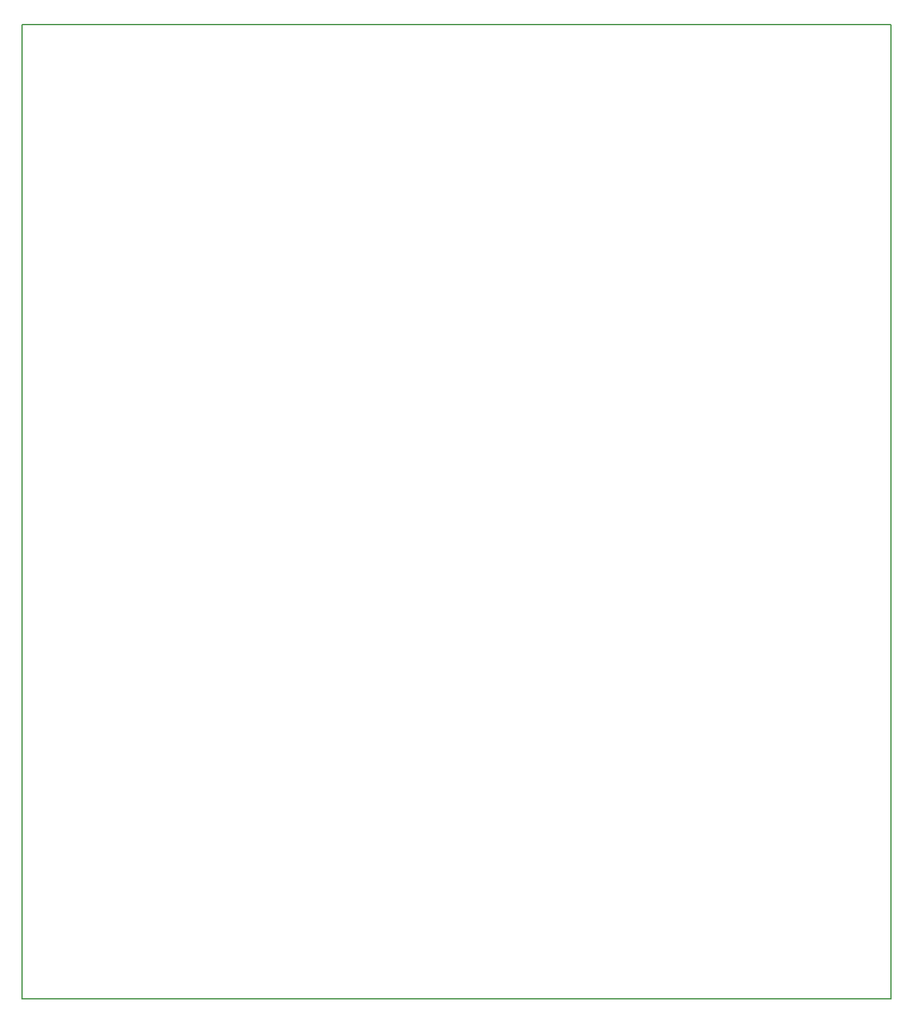
<source format=gbr>
%TF.GenerationSoftware,KiCad,Pcbnew,7.0.9*%
%TF.CreationDate,2024-01-15T08:13:50+05:30*%
%TF.ProjectId,controller_full6,636f6e74-726f-46c6-9c65-725f66756c6c,rev?*%
%TF.SameCoordinates,Original*%
%TF.FileFunction,Profile,NP*%
%FSLAX46Y46*%
G04 Gerber Fmt 4.6, Leading zero omitted, Abs format (unit mm)*
G04 Created by KiCad (PCBNEW 7.0.9) date 2024-01-15 08:13:50*
%MOMM*%
%LPD*%
G01*
G04 APERTURE LIST*
%TA.AperFunction,Profile*%
%ADD10C,0.150000*%
%TD*%
G04 APERTURE END LIST*
D10*
X128350000Y-49625000D02*
X245150000Y-49625000D01*
X245150000Y-180605000D01*
X128350000Y-180605000D01*
X128350000Y-49625000D01*
M02*

</source>
